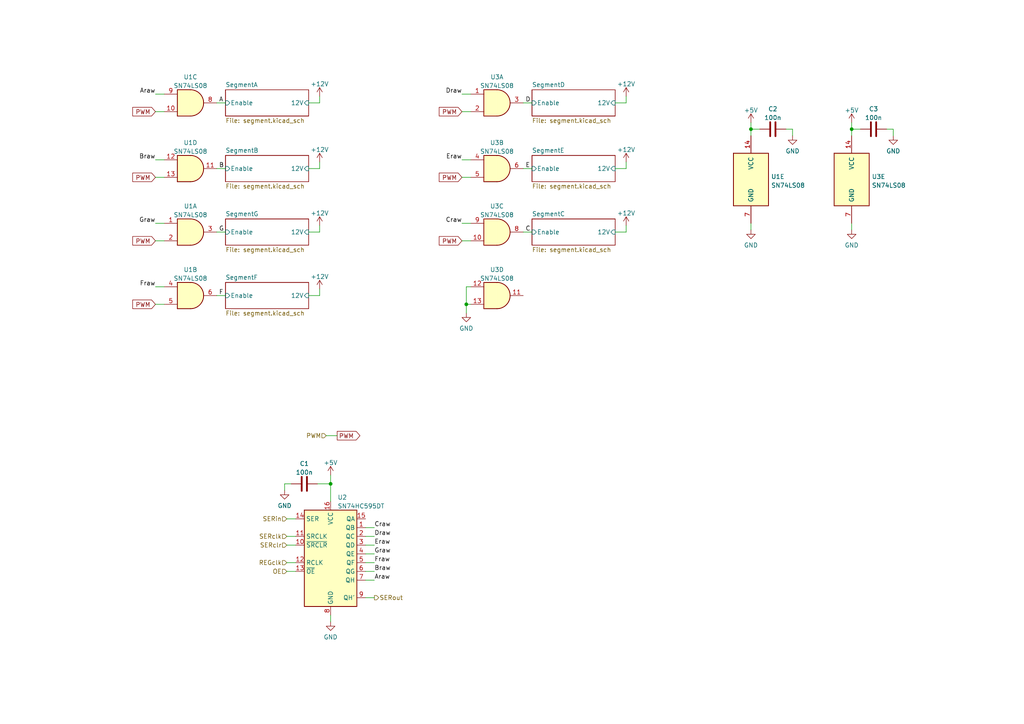
<source format=kicad_sch>
(kicad_sch (version 20230121) (generator eeschema)
  (paper "A4")
  (lib_symbols
    (symbol "74xx:74HC595"
      (property "Reference" "U" (at -7.62 13.97 0))
      (property "Value" "74HC595" (at -7.62 -16.51 0))
      (symbol "74HC595_1_0"
        (pin tri_state line (at 10.16 7.62 180) (length 2.54) (name "QB") (number "1"))
        (pin input line (at -10.16 2.54 0) (length 2.54) (name "~{SRCLR}") (number "10"))
        (pin input line (at -10.16 5.08 0) (length 2.54) (name "SRCLK") (number "11"))
        (pin input line (at -10.16 -2.54 0) (length 2.54) (name "RCLK") (number "12"))
        (pin input line (at -10.16 -5.08 0) (length 2.54) (name "~{OE}") (number "13"))
        (pin input line (at -10.16 10.16 0) (length 2.54) (name "SER") (number "14"))
        (pin tri_state line (at 10.16 10.16 180) (length 2.54) (name "QA") (number "15"))
        (pin power_in line (at 0 15.24 270) (length 2.54) (name "VCC") (number "16"))
        (pin tri_state line (at 10.16 5.08 180) (length 2.54) (name "QC") (number "2"))
        (pin tri_state line (at 10.16 2.54 180) (length 2.54) (name "QD") (number "3"))
        (pin tri_state line (at 10.16 0 180) (length 2.54) (name "QE") (number "4"))
        (pin tri_state line (at 10.16 -2.54 180) (length 2.54) (name "QF") (number "5"))
        (pin tri_state line (at 10.16 -5.08 180) (length 2.54) (name "QG") (number "6"))
        (pin tri_state line (at 10.16 -7.62 180) (length 2.54) (name "QH") (number "7"))
        (pin power_in line (at 0 -17.78 90) (length 2.54) (name "GND") (number "8"))
        (pin output line (at 10.16 -12.7 180) (length 2.54) (name "QH'") (number "9"))
      )
      (symbol "74HC595_1_1"
        (rectangle (start -7.62 12.7) (end 7.62 -15.24) (stroke (width 0.254)) (fill (type background)))
      )
    )
    (symbol "74xx:74LS08" (pin_names (offset 1.016))
      (property "Reference" "U" (at 0 1.27 0))
      (property "Value" "74LS08" (at 0 -1.27 0))
      (symbol "74LS08_1_1"
        (arc (start 0 -3.81) (mid 3.7934 0) (end 0 3.81) (stroke (width 0.254)) (fill (type background)))
        (polyline (pts (xy 0 3.81) (xy -3.81 3.81) (xy -3.81 -3.81) (xy 0 -3.81)) (stroke (width 0.254)) (fill (type background)))
        (pin input line (at -7.62 2.54 0) (length 3.81) (name "~") (number "1"))
        (pin input line (at -7.62 -2.54 0) (length 3.81) (name "~") (number "2"))
        (pin output line (at 7.62 0 180) (length 3.81) (name "~") (number "3"))
      )
      (symbol "74LS08_1_2"
        (arc (start -3.81 -3.81) (mid -2.589 0) (end -3.81 3.81) (stroke (width 0.254)))
        (arc (start -0.6096 -3.81) (mid 2.1855 -2.584) (end 3.81 0) (stroke (width 0.254)) (fill (type background)))
        (polyline (pts (xy -3.81 -3.81) (xy -0.635 -3.81)) (stroke (width 0.254)) (fill (type background)))
        (polyline (pts (xy -3.81 3.81) (xy -0.635 3.81)) (stroke (width 0.254)) (fill (type background)))
        (polyline (pts (xy -0.635 3.81) (xy -3.81 3.81) (xy -3.81 3.81) (xy -3.556 3.4036) (xy -3.0226 2.2606) (xy -2.6924 1.0414) (xy -2.6162 -0.254) (xy -2.7686 -1.4986) (xy -3.175 -2.7178) (xy -3.81 -3.81) (xy -3.81 -3.81) (xy -0.635 -3.81)) (stroke (width -25.4)) (fill (type background)))
        (arc (start 3.81 0) (mid 2.1928 2.5925) (end -0.6096 3.81) (stroke (width 0.254)) (fill (type background)))
        (pin input inverted (at -7.62 2.54 0) (length 4.318) (name "~") (number "1"))
        (pin input inverted (at -7.62 -2.54 0) (length 4.318) (name "~") (number "2"))
        (pin output inverted (at 7.62 0 180) (length 3.81) (name "~") (number "3"))
      )
      (symbol "74LS08_2_1"
        (arc (start 0 -3.81) (mid 3.7934 0) (end 0 3.81) (stroke (width 0.254)) (fill (type background)))
        (polyline (pts (xy 0 3.81) (xy -3.81 3.81) (xy -3.81 -3.81) (xy 0 -3.81)) (stroke (width 0.254)) (fill (type background)))
        (pin input line (at -7.62 2.54 0) (length 3.81) (name "~") (number "4"))
        (pin input line (at -7.62 -2.54 0) (length 3.81) (name "~") (number "5"))
        (pin output line (at 7.62 0 180) (length 3.81) (name "~") (number "6"))
      )
      (symbol "74LS08_2_2"
        (arc (start -3.81 -3.81) (mid -2.589 0) (end -3.81 3.81) (stroke (width 0.254)))
        (arc (start -0.6096 -3.81) (mid 2.1855 -2.584) (end 3.81 0) (stroke (width 0.254)) (fill (type background)))
        (polyline (pts (xy -3.81 -3.81) (xy -0.635 -3.81)) (stroke (width 0.254)) (fill (type background)))
        (polyline (pts (xy -3.81 3.81) (xy -0.635 3.81)) (stroke (width 0.254)) (fill (type background)))
        (polyline (pts (xy -0.635 3.81) (xy -3.81 3.81) (xy -3.81 3.81) (xy -3.556 3.4036) (xy -3.0226 2.2606) (xy -2.6924 1.0414) (xy -2.6162 -0.254) (xy -2.7686 -1.4986) (xy -3.175 -2.7178) (xy -3.81 -3.81) (xy -3.81 -3.81) (xy -0.635 -3.81)) (stroke (width -25.4)) (fill (type background)))
        (arc (start 3.81 0) (mid 2.1928 2.5925) (end -0.6096 3.81) (stroke (width 0.254)) (fill (type background)))
        (pin input inverted (at -7.62 2.54 0) (length 4.318) (name "~") (number "4"))
        (pin input inverted (at -7.62 -2.54 0) (length 4.318) (name "~") (number "5"))
        (pin output inverted (at 7.62 0 180) (length 3.81) (name "~") (number "6"))
      )
      (symbol "74LS08_3_1"
        (arc (start 0 -3.81) (mid 3.7934 0) (end 0 3.81) (stroke (width 0.254)) (fill (type background)))
        (polyline (pts (xy 0 3.81) (xy -3.81 3.81) (xy -3.81 -3.81) (xy 0 -3.81)) (stroke (width 0.254)) (fill (type background)))
        (pin input line (at -7.62 -2.54 0) (length 3.81) (name "~") (number "10"))
        (pin output line (at 7.62 0 180) (length 3.81) (name "~") (number "8"))
        (pin input line (at -7.62 2.54 0) (length 3.81) (name "~") (number "9"))
      )
      (symbol "74LS08_3_2"
        (arc (start -3.81 -3.81) (mid -2.589 0) (end -3.81 3.81) (stroke (width 0.254)))
        (arc (start -0.6096 -3.81) (mid 2.1855 -2.584) (end 3.81 0) (stroke (width 0.254)) (fill (type background)))
        (polyline (pts (xy -3.81 -3.81) (xy -0.635 -3.81)) (stroke (width 0.254)) (fill (type background)))
        (polyline (pts (xy -3.81 3.81) (xy -0.635 3.81)) (stroke (width 0.254)) (fill (type background)))
        (polyline (pts (xy -0.635 3.81) (xy -3.81 3.81) (xy -3.81 3.81) (xy -3.556 3.4036) (xy -3.0226 2.2606) (xy -2.6924 1.0414) (xy -2.6162 -0.254) (xy -2.7686 -1.4986) (xy -3.175 -2.7178) (xy -3.81 -3.81) (xy -3.81 -3.81) (xy -0.635 -3.81)) (stroke (width -25.4)) (fill (type background)))
        (arc (start 3.81 0) (mid 2.1928 2.5925) (end -0.6096 3.81) (stroke (width 0.254)) (fill (type background)))
        (pin input inverted (at -7.62 -2.54 0) (length 4.318) (name "~") (number "10"))
        (pin output inverted (at 7.62 0 180) (length 3.81) (name "~") (number "8"))
        (pin input inverted (at -7.62 2.54 0) (length 4.318) (name "~") (number "9"))
      )
      (symbol "74LS08_4_1"
        (arc (start 0 -3.81) (mid 3.7934 0) (end 0 3.81) (stroke (width 0.254)) (fill (type background)))
        (polyline (pts (xy 0 3.81) (xy -3.81 3.81) (xy -3.81 -3.81) (xy 0 -3.81)) (stroke (width 0.254)) (fill (type background)))
        (pin output line (at 7.62 0 180) (length 3.81) (name "~") (number "11"))
        (pin input line (at -7.62 2.54 0) (length 3.81) (name "~") (number "12"))
        (pin input line (at -7.62 -2.54 0) (length 3.81) (name "~") (number "13"))
      )
      (symbol "74LS08_4_2"
        (arc (start -3.81 -3.81) (mid -2.589 0) (end -3.81 3.81) (stroke (width 0.254)))
        (arc (start -0.6096 -3.81) (mid 2.1855 -2.584) (end 3.81 0) (stroke (width 0.254)) (fill (type background)))
        (polyline (pts (xy -3.81 -3.81) (xy -0.635 -3.81)) (stroke (width 0.254)) (fill (type background)))
        (polyline (pts (xy -3.81 3.81) (xy -0.635 3.81)) (stroke (width 0.254)) (fill (type background)))
        (polyline (pts (xy -0.635 3.81) (xy -3.81 3.81) (xy -3.81 3.81) (xy -3.556 3.4036) (xy -3.0226 2.2606) (xy -2.6924 1.0414) (xy -2.6162 -0.254) (xy -2.7686 -1.4986) (xy -3.175 -2.7178) (xy -3.81 -3.81) (xy -3.81 -3.81) (xy -0.635 -3.81)) (stroke (width -25.4)) (fill (type background)))
        (arc (start 3.81 0) (mid 2.1928 2.5925) (end -0.6096 3.81) (stroke (width 0.254)) (fill (type background)))
        (pin output inverted (at 7.62 0 180) (length 3.81) (name "~") (number "11"))
        (pin input inverted (at -7.62 2.54 0) (length 4.318) (name "~") (number "12"))
        (pin input inverted (at -7.62 -2.54 0) (length 4.318) (name "~") (number "13"))
      )
      (symbol "74LS08_5_0"
        (pin power_in line (at 0 12.7 270) (length 5.08) (name "VCC") (number "14"))
        (pin power_in line (at 0 -12.7 90) (length 5.08) (name "GND") (number "7"))
      )
      (symbol "74LS08_5_1"
        (rectangle (start -5.08 7.62) (end 5.08 -7.62) (stroke (width 0.254)) (fill (type background)))
      )
    )
    (symbol "Device:C" (pin_numbers hide) (pin_names (offset 0.254))
      (property "Reference" "C" (at 0.635 2.54 0))
      (property "Value" "C" (at 0.635 -2.54 0))
      (symbol "C_0_1"
        (polyline (pts (xy -2.032 -0.762) (xy 2.032 -0.762)) (stroke (width 0.508)))
        (polyline (pts (xy -2.032 0.762) (xy 2.032 0.762)) (stroke (width 0.508)))
      )
      (symbol "C_1_1"
        (pin passive line (at 0 3.81 270) (length 2.794) (name "~") (number "1"))
        (pin passive line (at 0 -3.81 90) (length 2.794) (name "~") (number "2"))
      )
    )
    (symbol "power:+12V" (power) (pin_names (offset 0))
      (property "Value" "+12V" (at 0 3.556 0))
      (symbol "+12V_0_1"
        (polyline (pts (xy -0.762 1.27) (xy 0 2.54)))
        (polyline (pts (xy 0 0) (xy 0 2.54)))
        (polyline (pts (xy 0 2.54) (xy 0.762 1.27)))
      )
      (symbol "+12V_1_1"
        (pin power_in line (at 0 0 90) (length 0) hide (name "+12V") (number "1"))
      )
    )
    (symbol "power:+5V" (power) (pin_names (offset 0))
      (property "Value" "+5V" (at 0 3.556 0))
      (symbol "+5V_0_1"
        (polyline (pts (xy -0.762 1.27) (xy 0 2.54)))
        (polyline (pts (xy 0 0) (xy 0 2.54)))
        (polyline (pts (xy 0 2.54) (xy 0.762 1.27)))
      )
      (symbol "+5V_1_1"
        (pin power_in line (at 0 0 90) (length 0) hide (name "+5V") (number "1"))
      )
    )
    (symbol "power:GND" (power) (pin_names (offset 0))
      (property "Value" "GND" (at 0 -3.81 0))
      (symbol "GND_0_1"
        (polyline (pts (xy 0 0) (xy 0 -1.27) (xy 1.27 -1.27) (xy 0 -2.54) (xy -1.27 -1.27) (xy 0 -1.27)))
      )
      (symbol "GND_1_1"
        (pin power_in line (at 0 0 270) (length 0) hide (name "GND") (number "1"))
      )
    )
  )
  (junction (at 217.805 37.465))
  (junction (at 247.015 37.465))
  (junction (at 95.885 140.335))
  (junction (at 135.255 88.265))
  (wire (pts (xy 181.61 27.94) (xy 181.61 29.845)))
  (wire (pts (xy 136.525 32.385) (xy 133.985 32.385)))
  (wire (pts (xy 94.615 126.365) (xy 97.79 126.365)))
  (wire (pts (xy 133.985 27.305) (xy 136.525 27.305)))
  (wire (pts (xy 106.045 160.655) (xy 108.585 160.655)))
  (wire (pts (xy 45.085 83.185) (xy 47.625 83.185)))
  (wire (pts (xy 92.71 83.82) (xy 92.71 85.725)))
  (wire (pts (xy 47.625 69.85) (xy 45.085 69.85)))
  (wire (pts (xy 95.885 137.795) (xy 95.885 140.335)))
  (wire (pts (xy 136.525 51.435) (xy 133.985 51.435)))
  (wire (pts (xy 83.185 155.575) (xy 85.725 155.575)))
  (wire (pts (xy 106.045 173.355) (xy 108.585 173.355)))
  (wire (pts (xy 135.255 83.185) (xy 136.525 83.185)))
  (wire (pts (xy 92.075 140.335) (xy 95.885 140.335)))
  (wire (pts (xy 151.765 48.895) (xy 154.305 48.895)))
  (wire (pts (xy 62.865 29.845) (xy 65.405 29.845)))
  (wire (pts (xy 217.805 35.56) (xy 217.805 37.465)))
  (wire (pts (xy 92.71 29.845) (xy 92.71 27.94)))
  (wire (pts (xy 259.08 37.465) (xy 259.08 39.37)))
  (wire (pts (xy 92.71 48.895) (xy 89.535 48.895)))
  (wire (pts (xy 45.085 46.355) (xy 47.625 46.355)))
  (wire (pts (xy 47.625 32.385) (xy 45.085 32.385)))
  (wire (pts (xy 133.985 46.355) (xy 136.525 46.355)))
  (wire (pts (xy 135.255 83.185) (xy 135.255 88.265)))
  (wire (pts (xy 136.525 69.85) (xy 133.985 69.85)))
  (wire (pts (xy 92.71 46.99) (xy 92.71 48.895)))
  (wire (pts (xy 227.965 37.465) (xy 229.87 37.465)))
  (wire (pts (xy 136.525 88.265) (xy 135.255 88.265)))
  (wire (pts (xy 83.185 158.115) (xy 85.725 158.115)))
  (wire (pts (xy 247.015 37.465) (xy 247.015 39.37)))
  (wire (pts (xy 217.805 37.465) (xy 217.805 39.37)))
  (wire (pts (xy 178.435 67.31) (xy 181.61 67.31)))
  (wire (pts (xy 257.175 37.465) (xy 259.08 37.465)))
  (wire (pts (xy 151.765 67.31) (xy 154.305 67.31)))
  (wire (pts (xy 62.865 85.725) (xy 65.405 85.725)))
  (wire (pts (xy 106.045 158.115) (xy 108.585 158.115)))
  (wire (pts (xy 89.535 29.845) (xy 92.71 29.845)))
  (wire (pts (xy 62.865 48.895) (xy 65.405 48.895)))
  (wire (pts (xy 151.765 29.845) (xy 154.305 29.845)))
  (wire (pts (xy 62.865 67.31) (xy 65.405 67.31)))
  (wire (pts (xy 92.71 65.405) (xy 92.71 67.31)))
  (wire (pts (xy 106.045 163.195) (xy 108.585 163.195)))
  (wire (pts (xy 106.045 168.275) (xy 108.585 168.275)))
  (wire (pts (xy 106.045 153.035) (xy 108.585 153.035)))
  (wire (pts (xy 89.535 67.31) (xy 92.71 67.31)))
  (wire (pts (xy 83.185 150.495) (xy 85.725 150.495)))
  (wire (pts (xy 47.625 51.435) (xy 45.085 51.435)))
  (wire (pts (xy 135.255 88.265) (xy 135.255 90.805)))
  (wire (pts (xy 83.185 163.195) (xy 85.725 163.195)))
  (wire (pts (xy 82.55 140.335) (xy 82.55 142.24)))
  (wire (pts (xy 84.455 140.335) (xy 82.55 140.335)))
  (wire (pts (xy 95.885 140.335) (xy 95.885 145.415)))
  (wire (pts (xy 45.085 64.77) (xy 47.625 64.77)))
  (wire (pts (xy 89.535 85.725) (xy 92.71 85.725)))
  (wire (pts (xy 217.805 64.77) (xy 217.805 66.675)))
  (wire (pts (xy 106.045 165.735) (xy 108.585 165.735)))
  (wire (pts (xy 247.015 64.77) (xy 247.015 66.675)))
  (wire (pts (xy 181.61 46.99) (xy 181.61 48.895)))
  (wire (pts (xy 133.985 64.77) (xy 136.525 64.77)))
  (wire (pts (xy 106.045 155.575) (xy 108.585 155.575)))
  (wire (pts (xy 229.87 37.465) (xy 229.87 39.37)))
  (wire (pts (xy 47.625 88.265) (xy 45.085 88.265)))
  (wire (pts (xy 178.435 29.845) (xy 181.61 29.845)))
  (wire (pts (xy 83.185 165.735) (xy 85.725 165.735)))
  (wire (pts (xy 95.885 178.435) (xy 95.885 180.34)))
  (wire (pts (xy 247.015 37.465) (xy 249.555 37.465)))
  (wire (pts (xy 45.085 27.305) (xy 47.625 27.305)))
  (wire (pts (xy 247.015 35.56) (xy 247.015 37.465)))
  (wire (pts (xy 181.61 65.405) (xy 181.61 67.31)))
  (wire (pts (xy 217.805 37.465) (xy 220.345 37.465)))
  (wire (pts (xy 178.435 48.895) (xy 181.61 48.895)))
  (label "F" (at 63.5 85.725 0))
  (label "Draw" (at 133.985 27.305 180))
  (label "Fraw" (at 45.085 83.185 180))
  (label "E" (at 152.4 48.895 0))
  (label "G" (at 63.5 67.31 0))
  (label "B" (at 63.5 48.895 0))
  (label "D" (at 152.4 29.845 0))
  (label "Eraw" (at 108.585 158.115 0))
  (label "Graw" (at 108.585 160.655 0))
  (label "Fraw" (at 108.585 163.195 0))
  (label "C" (at 152.4 67.31 0))
  (label "Draw" (at 108.585 155.575 0))
  (label "Araw" (at 108.585 168.275 0))
  (label "A" (at 63.5 29.845 0))
  (label "Araw" (at 45.085 27.305 180))
  (label "Graw" (at 45.085 64.77 180))
  (label "Braw" (at 108.585 165.735 0))
  (label "Craw" (at 108.585 153.035 0))
  (label "Braw" (at 45.085 46.355 180))
  (label "Eraw" (at 133.985 46.355 180))
  (label "Craw" (at 133.985 64.77 180))
  (global_label "PWM" (shape input) (at 133.985 51.435 180) (property "Intersheetrefs" "${INTERSHEET_REFS}" (effects hide)))
  (global_label "PWM" (shape output) (at 97.79 126.365 0) (property "Intersheetrefs" "${INTERSHEET_REFS}" (effects hide)))
  (global_label "PWM" (shape input) (at 45.085 88.265 180) (property "Intersheetrefs" "${INTERSHEET_REFS}" (effects hide)))
  (global_label "PWM" (shape input) (at 45.085 69.85 180) (property "Intersheetrefs" "${INTERSHEET_REFS}" (effects hide)))
  (global_label "PWM" (shape input) (at 45.085 51.435 180) (property "Intersheetrefs" "${INTERSHEET_REFS}" (effects hide)))
  (global_label "PWM" (shape input) (at 45.085 32.385 180) (property "Intersheetrefs" "${INTERSHEET_REFS}" (effects hide)))
  (global_label "PWM" (shape input) (at 133.985 69.85 180) (property "Intersheetrefs" "${INTERSHEET_REFS}" (effects hide)))
  (global_label "PWM" (shape input) (at 133.985 32.385 180) (property "Intersheetrefs" "${INTERSHEET_REFS}" (effects hide)))
  (hierarchical_label "SERclr" (shape input) (at 83.185 158.115 180))
  (hierarchical_label "REGclk" (shape input) (at 83.185 163.195 180))
  (hierarchical_label "SERout" (shape output) (at 108.585 173.355 0))
  (hierarchical_label "SERclk" (shape input) (at 83.185 155.575 180))
  (hierarchical_label "SERin" (shape input) (at 83.185 150.495 180))
  (hierarchical_label "PWM" (shape input) (at 94.615 126.365 180))
  (hierarchical_label "OE" (shape input) (at 83.185 165.735 180))
  (symbol (lib_id "power:+5V") (at 95.885 137.795 0) (unit 1)
    (property "Reference" "#PWR06" (effects hide))
    (property "Value" "+5V" (at 95.885 134.2192 0))
    (instances (project "timer-display" (path "" (reference "#PWR06") (unit 1)) (path "" (reference "#PWR030") (unit 1))))
  )
  (symbol (lib_id "power:+12V") (at 92.71 83.82 0) (unit 1)
    (property "Reference" "#PWR05" (effects hide))
    (property "Value" "+12V" (at 92.71 80.2442 0))
    (instances (project "timer-display" (path "" (reference "#PWR05") (unit 1)) (path "" (reference "#PWR029") (unit 1))))
  )
  (symbol (lib_id "power:+12V") (at 92.71 46.99 0) (unit 1)
    (property "Reference" "#PWR03" (effects hide))
    (property "Value" "+12V" (at 92.71 43.4142 0))
    (instances (project "timer-display" (path "" (reference "#PWR03") (unit 1)) (path "" (reference "#PWR027") (unit 1))))
  )
  (symbol (lib_id "Device:C") (at 253.365 37.465 90) (unit 1)
    (property "Reference" "C3" (at 253.365 31.6062 90))
    (property "Value" "100n" (at 253.365 34.1431 90))
    (property "Footprint" "Capacitor_SMD:C_0603_1608Metric" (effects hide))
    (instances (project "timer-display" (path "" (reference "C3") (unit 1)) (path "" (reference "C6") (unit 1))))
  )
  (symbol (lib_id "power:+12V") (at 181.61 27.94 0) (unit 1)
    (property "Reference" "#PWR09" (effects hide))
    (property "Value" "+12V" (at 181.61 24.3642 0))
    (instances (project "timer-display" (path "" (reference "#PWR09") (unit 1)) (path "" (reference "#PWR033") (unit 1))))
  )
  (symbol (lib_id "power:+12V") (at 181.61 46.99 0) (unit 1)
    (property "Reference" "#PWR010" (effects hide))
    (property "Value" "+12V" (at 181.61 43.4142 0))
    (instances (project "timer-display" (path "" (reference "#PWR010") (unit 1)) (path "" (reference "#PWR034") (unit 1))))
  )
  (symbol (lib_id "power:+12V") (at 92.71 65.405 0) (unit 1)
    (property "Reference" "#PWR04" (effects hide))
    (property "Value" "+12V" (at 92.71 61.8292 0))
    (instances (project "timer-display" (path "" (reference "#PWR04") (unit 1)) (path "" (reference "#PWR028") (unit 1))))
  )
  (symbol (lib_id "74xx:74LS08") (at 144.145 85.725 0) (unit 4)
    (property "Reference" "U3" (at 144.145 78.2152 0))
    (property "Value" "SN74LS08" (at 144.145 80.7521 0))
    (property "Footprint" "Package_SO:SOIC-14_3.9x8.7mm_P1.27mm" (effects hide))
    (property "Datasheet" "http://www.ti.com/lit/gpn/sn74LS08" (effects hide))
    (property "Mouser#" "595-SN74LS08DR" (effects hide))
    (property "DigiKey#" "296-14879-1-ND" (effects hide))
    (instances (project "timer-display" (path "" (reference "U3") (unit 4)) (path "" (reference "U6") (unit 4))))
  )
  (symbol (lib_id "74xx:74LS08") (at 55.245 48.895 0) (unit 4)
    (property "Reference" "U1" (at 55.245 41.3852 0))
    (property "Value" "SN74LS08" (at 55.245 43.9221 0))
    (property "Footprint" "Package_SO:SOIC-14_3.9x8.7mm_P1.27mm" (effects hide))
    (property "Datasheet" "http://www.ti.com/lit/gpn/sn74LS08" (effects hide))
    (property "Mouser#" "595-SN74LS08DR" (effects hide))
    (property "DigiKey#" "296-14879-1-ND" (effects hide))
    (instances (project "timer-display" (path "" (reference "U1") (unit 4)) (path "" (reference "U4") (unit 4))))
  )
  (symbol (lib_id "power:GND") (at 217.805 66.675 0) (unit 1)
    (property "Reference" "#PWR013" (effects hide))
    (property "Value" "GND" (at 217.805 71.1184 0))
    (instances (project "timer-display" (path "" (reference "#PWR013") (unit 1)) (path "" (reference "#PWR037") (unit 1))))
  )
  (symbol (lib_id "Device:C") (at 88.265 140.335 270) (mirror x) (unit 1)
    (property "Reference" "C1" (at 88.265 134.4762 90))
    (property "Value" "100n" (at 88.265 137.0131 90))
    (property "Footprint" "Capacitor_SMD:C_0603_1608Metric" (effects hide))
    (instances (project "timer-display" (path "" (reference "C1") (unit 1)) (path "" (reference "C4") (unit 1))))
  )
  (symbol (lib_id "power:+5V") (at 247.015 35.56 0) (unit 1)
    (property "Reference" "#PWR015" (effects hide))
    (property "Value" "+5V" (at 247.015 31.9842 0))
    (instances (project "timer-display" (path "" (reference "#PWR015") (unit 1)) (path "" (reference "#PWR039") (unit 1))))
  )
  (symbol (lib_id "74xx:74LS08") (at 55.245 29.845 0) (unit 3)
    (property "Reference" "U1" (at 55.245 22.3352 0))
    (property "Value" "SN74LS08" (at 55.245 24.8721 0))
    (property "Footprint" "Package_SO:SOIC-14_3.9x8.7mm_P1.27mm" (effects hide))
    (property "Datasheet" "http://www.ti.com/lit/gpn/sn74LS08" (effects hide))
    (property "Mouser#" "595-SN74LS08DR" (effects hide))
    (property "DigiKey#" "296-14879-1-ND" (effects hide))
    (instances (project "timer-display" (path "" (reference "U1") (unit 3)) (path "" (reference "U4") (unit 3))))
  )
  (symbol (lib_id "74xx:74LS08") (at 144.145 29.845 0) (unit 1)
    (property "Reference" "U3" (at 144.145 22.3352 0))
    (property "Value" "SN74LS08" (at 144.145 24.8721 0))
    (property "Footprint" "Package_SO:SOIC-14_3.9x8.7mm_P1.27mm" (effects hide))
    (property "Datasheet" "http://www.ti.com/lit/gpn/sn74LS08" (effects hide))
    (property "Mouser#" "595-SN74LS08DR" (effects hide))
    (property "DigiKey#" "296-14879-1-ND" (effects hide))
    (instances (project "timer-display" (path "" (reference "U3") (unit 1)) (path "" (reference "U6") (unit 1))))
  )
  (symbol (lib_id "power:+12V") (at 181.61 65.405 0) (unit 1)
    (property "Reference" "#PWR011" (effects hide))
    (property "Value" "+12V" (at 181.61 61.8292 0))
    (instances (project "timer-display" (path "" (reference "#PWR011") (unit 1)) (path "" (reference "#PWR035") (unit 1))))
  )
  (symbol (lib_id "power:+12V") (at 92.71 27.94 0) (unit 1)
    (property "Reference" "#PWR02" (effects hide))
    (property "Value" "+12V" (at 92.71 24.3642 0))
    (instances (project "timer-display" (path "" (reference "#PWR02") (unit 1)) (path "" (reference "#PWR026") (unit 1))))
  )
  (symbol (lib_id "74xx:74LS08") (at 217.805 52.07 0) (unit 5)
    (property "Reference" "U1" (at 223.647 51.2353 0) (effects (justify left)))
    (property "Value" "SN74LS08" (at 223.647 53.7722 0) (effects (justify left)))
    (property "Footprint" "Package_SO:SOIC-14_3.9x8.7mm_P1.27mm" (effects hide))
    (property "Datasheet" "http://www.ti.com/lit/gpn/sn74LS08" (effects hide))
    (property "Mouser#" "595-SN74LS08DR" (effects hide))
    (property "DigiKey#" "296-14879-1-ND" (effects hide))
    (instances (project "timer-display" (path "" (reference "U1") (unit 5)) (path "" (reference "U4") (unit 5))))
  )
  (symbol (lib_id "power:GND") (at 247.015 66.675 0) (unit 1)
    (property "Reference" "#PWR016" (effects hide))
    (property "Value" "GND" (at 247.015 71.1184 0))
    (instances (project "timer-display" (path "" (reference "#PWR016") (unit 1)) (path "" (reference "#PWR040") (unit 1))))
  )
  (symbol (lib_id "74xx:74LS08") (at 144.145 67.31 0) (unit 3)
    (property "Reference" "U3" (at 144.145 59.8002 0))
    (property "Value" "SN74LS08" (at 144.145 62.3371 0))
    (property "Footprint" "Package_SO:SOIC-14_3.9x8.7mm_P1.27mm" (effects hide))
    (property "Datasheet" "http://www.ti.com/lit/gpn/sn74LS08" (effects hide))
    (property "Mouser#" "595-SN74LS08DR" (effects hide))
    (property "DigiKey#" "296-14879-1-ND" (effects hide))
    (instances (project "timer-display" (path "" (reference "U3") (unit 3)) (path "" (reference "U6") (unit 3))))
  )
  (symbol (lib_id "74xx:74HC595") (at 95.885 160.655 0) (unit 1)
    (property "Reference" "U2" (at 97.9044 144.2552 0) (effects (justify left)))
    (property "Value" "SN74HC595DT" (at 97.9044 146.7921 0) (effects (justify left)))
    (property "Footprint" "Package_SO:SOIC-16_3.9x9.9mm_P1.27mm" (effects hide))
    (property "Datasheet" "http://www.ti.com/lit/ds/symlink/sn74hc595.pdf" (effects hide))
    (property "Mouser#" "595-SN74HC595DT" (effects hide))
    (property "DigiKey#" "296-31823-1-ND" (effects hide))
    (instances (project "timer-display" (path "" (reference "U2") (unit 1)) (path "" (reference "U5") (unit 1))))
  )
  (symbol (lib_id "power:GND") (at 229.87 39.37 0) (unit 1)
    (property "Reference" "#PWR014" (effects hide))
    (property "Value" "GND" (at 229.87 43.8134 0))
    (instances (project "timer-display" (path "" (reference "#PWR014") (unit 1)) (path "" (reference "#PWR038") (unit 1))))
  )
  (symbol (lib_id "power:+5V") (at 217.805 35.56 0) (unit 1)
    (property "Reference" "#PWR012" (effects hide))
    (property "Value" "+5V" (at 217.805 31.9842 0))
    (instances (project "timer-display" (path "" (reference "#PWR012") (unit 1)) (path "" (reference "#PWR036") (unit 1))))
  )
  (symbol (lib_id "74xx:74LS08") (at 247.015 52.07 0) (unit 5)
    (property "Reference" "U3" (at 252.857 51.2353 0) (effects (justify left)))
    (property "Value" "SN74LS08" (at 252.857 53.7722 0) (effects (justify left)))
    (property "Footprint" "Package_SO:SOIC-14_3.9x8.7mm_P1.27mm" (effects hide))
    (property "Datasheet" "http://www.ti.com/lit/gpn/sn74LS08" (effects hide))
    (property "Mouser#" "595-SN74LS08DR" (effects hide))
    (property "DigiKey#" "296-14879-1-ND" (effects hide))
    (instances (project "timer-display" (path "" (reference "U3") (unit 5)) (path "" (reference "U6") (unit 5))))
  )
  (symbol (lib_id "74xx:74LS08") (at 144.145 48.895 0) (unit 2)
    (property "Reference" "U3" (at 144.145 41.3852 0))
    (property "Value" "SN74LS08" (at 144.145 43.9221 0))
    (property "Footprint" "Package_SO:SOIC-14_3.9x8.7mm_P1.27mm" (effects hide))
    (property "Datasheet" "http://www.ti.com/lit/gpn/sn74LS08" (effects hide))
    (property "Mouser#" "595-SN74LS08DR" (effects hide))
    (property "DigiKey#" "296-14879-1-ND" (effects hide))
    (instances (project "timer-display" (path "" (reference "U3") (unit 2)) (path "" (reference "U6") (unit 2))))
  )
  (symbol (lib_id "power:GND") (at 95.885 180.34 0) (mirror y) (unit 1)
    (property "Reference" "#PWR07" (effects hide))
    (property "Value" "GND" (at 95.885 184.7834 0))
    (instances (project "timer-display" (path "" (reference "#PWR07") (unit 1)) (path "" (reference "#PWR031") (unit 1))))
  )
  (symbol (lib_id "74xx:74LS08") (at 55.245 67.31 0) (unit 1)
    (property "Reference" "U1" (at 55.245 59.8002 0))
    (property "Value" "SN74LS08" (at 55.245 62.3371 0))
    (property "Footprint" "Package_SO:SOIC-14_3.9x8.7mm_P1.27mm" (effects hide))
    (property "Datasheet" "http://www.ti.com/lit/gpn/sn74LS08" (effects hide))
    (property "Mouser#" "595-SN74LS08DR" (effects hide))
    (property "DigiKey#" "296-14879-1-ND" (effects hide))
    (instances (project "timer-display" (path "" (reference "U1") (unit 1)) (path "" (reference "U4") (unit 1))))
  )
  (symbol (lib_id "power:GND") (at 82.55 142.24 0) (mirror y) (unit 1)
    (property "Reference" "#PWR01" (effects hide))
    (property "Value" "GND" (at 82.55 146.6834 0))
    (instances (project "timer-display" (path "" (reference "#PWR01") (unit 1)) (path "" (reference "#PWR025") (unit 1))))
  )
  (symbol (lib_id "power:GND") (at 259.08 39.37 0) (unit 1)
    (property "Reference" "#PWR017" (effects hide))
    (property "Value" "GND" (at 259.08 43.8134 0))
    (instances (project "timer-display" (path "" (reference "#PWR017") (unit 1)) (path "" (reference "#PWR041") (unit 1))))
  )
  (symbol (lib_id "Device:C") (at 224.155 37.465 90) (unit 1)
    (property "Reference" "C2" (at 224.155 31.6062 90))
    (property "Value" "100n" (at 224.155 34.1431 90))
    (property "Footprint" "Capacitor_SMD:C_0603_1608Metric" (effects hide))
    (instances (project "timer-display" (path "" (reference "C2") (unit 1)) (path "" (reference "C5") (unit 1))))
  )
  (symbol (lib_id "power:GND") (at 135.255 90.805 0) (unit 1)
    (property "Reference" "#PWR08" (effects hide))
    (property "Value" "GND" (at 135.255 95.2484 0))
    (instances (project "timer-display" (path "" (reference "#PWR08") (unit 1)) (path "" (reference "#PWR032") (unit 1))))
  )
  (symbol (lib_id "74xx:74LS08") (at 55.245 85.725 0) (unit 2)
    (property "Reference" "U1" (at 55.245 78.2152 0))
    (property "Value" "SN74LS08" (at 55.245 80.7521 0))
    (property "Footprint" "Package_SO:SOIC-14_3.9x8.7mm_P1.27mm" (effects hide))
    (property "Datasheet" "http://www.ti.com/lit/gpn/sn74LS08" (effects hide))
    (property "Mouser#" "595-SN74LS08DR" (effects hide))
    (property "DigiKey#" "296-14879-1-ND" (effects hide))
    (instances (project "timer-display" (path "" (reference "U1") (unit 2)) (path "" (reference "U4") (unit 2))))
  )
  (sheet (at 65.405 81.915) (size 24.13 7.62) (stroke (width 0.1524))
    (property "Sheetname" "SegmentF" (at 65.405 81.2034 0) (effects (justify left bottom)))
    (property "Sheetfile" "segment.kicad_sch" (at 65.405 90.1196 0) (effects (justify left top)))
    (pin "Enable" input (at 65.405 85.725 180))
    (pin "12V" input (at 89.535 85.725 0))
  )
  (sheet (at 65.405 63.5) (size 24.13 7.62) (stroke (width 0.1524))
    (property "Sheetname" "SegmentG" (at 65.405 62.7884 0) (effects (justify left bottom)))
    (property "Sheetfile" "segment.kicad_sch" (at 65.405 71.7046 0) (effects (justify left top)))
    (pin "Enable" input (at 65.405 67.31 180))
    (pin "12V" input (at 89.535 67.31 0))
  )
  (sheet (at 154.305 26.035) (size 24.13 7.62) (stroke (width 0.1524))
    (property "Sheetname" "SegmentD" (at 154.305 25.3234 0) (effects (justify left bottom)))
    (property "Sheetfile" "segment.kicad_sch" (at 154.305 34.2396 0) (effects (justify left top)))
    (pin "Enable" input (at 154.305 29.845 180))
    (pin "12V" input (at 178.435 29.845 0))
  )
  (sheet (at 65.405 45.085) (size 24.13 7.62) (stroke (width 0.1524))
    (property "Sheetname" "SegmentB" (at 65.405 44.3734 0) (effects (justify left bottom)))
    (property "Sheetfile" "segment.kicad_sch" (at 65.405 53.2896 0) (effects (justify left top)))
    (pin "Enable" input (at 65.405 48.895 180))
    (pin "12V" input (at 89.535 48.895 0))
  )
  (sheet (at 65.405 26.035) (size 24.13 7.62) (stroke (width 0.1524))
    (property "Sheetname" "SegmentA" (at 65.405 25.3234 0) (effects (justify left bottom)))
    (property "Sheetfile" "segment.kicad_sch" (at 65.405 34.2396 0) (effects (justify left top)))
    (pin "Enable" input (at 65.405 29.845 180))
    (pin "12V" input (at 89.535 29.845 0))
  )
  (sheet (at 154.305 63.5) (size 24.13 7.62) (stroke (width 0.1524))
    (property "Sheetname" "SegmentC" (at 154.305 62.7884 0) (effects (justify left bottom)))
    (property "Sheetfile" "segment.kicad_sch" (at 154.305 71.7046 0) (effects (justify left top)))
    (pin "Enable" input (at 154.305 67.31 180))
    (pin "12V" input (at 178.435 67.31 0))
  )
  (sheet (at 154.305 45.085) (size 24.13 7.62) (stroke (width 0.1524))
    (property "Sheetname" "SegmentE" (at 154.305 44.3734 0) (effects (justify left bottom)))
    (property "Sheetfile" "segment.kicad_sch" (at 154.305 53.2896 0) (effects (justify left top)))
    (pin "Enable" input (at 154.305 48.895 180))
    (pin "12V" input (at 178.435 48.895 0))
  )
)
</source>
